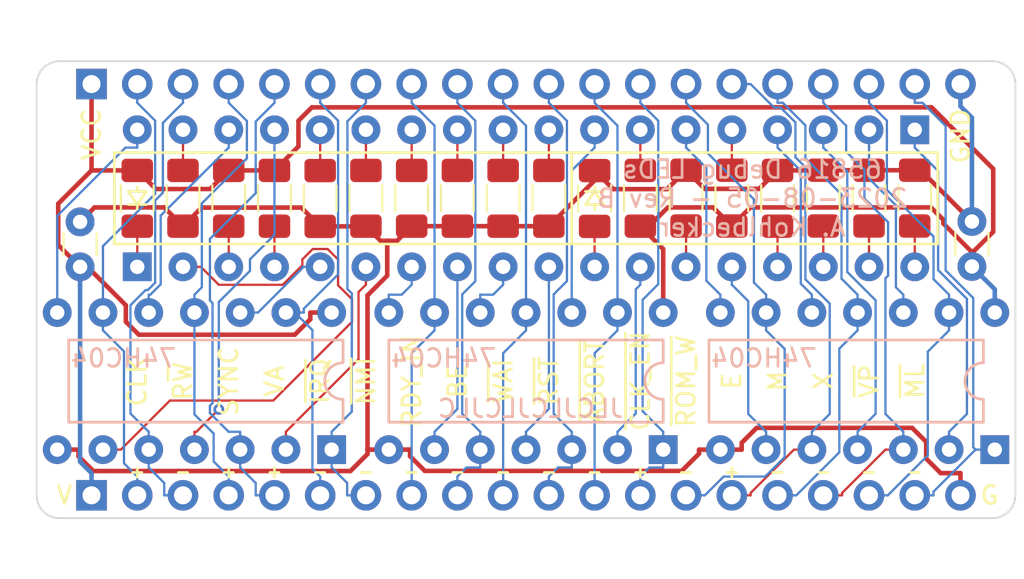
<source format=kicad_pcb>
(kicad_pcb (version 20241229) (generator "pcbnew") (generator_version "9.0")
  (title_block (title "65C816 Debug LEDs") (date "2023-08-05") (rev "B") (comment 2 "https://github.com/adrienkohlbecker/BB816/tree/main/hardware/debug_leds") (comment 3 "Licensed under CERN-OHL-W v2") (comment 4 "Copyright © 2022 Adrien Kohlbecker"))
  (layers (0 "F.Cu" signal) (2 "B.Cu" signal) (13 "F.Paste" user) (15 "B.Paste" user) (5 "F.SilkS" user "F.Silkscreen") (7 "B.SilkS" user "B.Silkscreen") (1 "F.Mask" user) (3 "B.Mask" user) (25 "Edge.Cuts" user))
  (net 0 "")
  (net 1 "VCC")
  (net 2 "Net-(BAR1-A-Pad1)")
  (net 3 "Net-(U1-Y2)")
  (net 4 "Net-(BAR1-A-Pad3)")
  (net 5 "Net-(BAR1-A-Pad4)")
  (net 6 "Net-(U1-Y6)")
  (net 7 "Net-(U1-Y5)")
  (net 8 "Net-(U2-Y1)")
  (net 9 "Net-(U2-Y6)")
  (net 10 "Net-(U2-Y2)")
  (net 11 "Net-(U2-Y5)")
  (net 12 "Net-(BAR1-K-Pad11)")
  (net 13 "Net-(BAR1-K-Pad12)")
  (net 14 "Net-(BAR1-K-Pad13)")
  (net 15 "Net-(BAR1-K-Pad14)")
  (net 16 "Net-(BAR1-K-Pad15)")
  (net 17 "Net-(BAR1-K-Pad16)")
  (net 18 "Net-(U1-Y4)")
  (net 19 "Net-(U1-Y3)")
  (net 20 "Net-(BAR1-K-Pad19)")
  (net 21 "Net-(U1-Y1)")
  (net 22 "Net-(U3-Y4)")
  (net 23 "Net-(U3-Y3)")
  (net 24 "Net-(U3-Y5)")
  (net 25 "Net-(U3-Y2)")
  (net 26 "Net-(BAR2-A-Pad5)")
  (net 27 "GND")
  (net 28 "/CLK")
  (net 29 "/R~{W}")
  (net 30 "/SYNC")
  (net 31 "/VA")
  (net 32 "/~{IRQ}")
  (net 33 "/~{NMI}")
  (net 34 "/RDY_IN")
  (net 35 "/BE")
  (net 36 "/~{WAI}")
  (net 37 "/~{RST}")
  (net 38 "/~{ABORT}")
  (net 39 "/~{CLK_EN}")
  (net 40 "/~{ROM_WE}")
  (net 41 "/E")
  (net 42 "/M")
  (net 43 "/X")
  (net 44 "/~{VP}")
  (net 45 "/~{ML}")
  (net 46 "Net-(U3-Y6)")
  (net 47 "Net-(BAR2-A-Pad7)")
  (net 48 "Net-(U2-Y3)")
  (net 49 "Net-(BAR2-K-Pad9)")
  (net 50 "Net-(U2-Y4)")
  (net 51 "Net-(BAR2-K-Pad11)")
  (net 52 "Net-(U3-Y1)")
  (net 53 "Net-(BAR2-K-Pad13)")
  (net 54 "Net-(BAR2-K-Pad14)")
  (net 55 "Net-(BAR2-K-Pad15)")
  (net 56 "Net-(BAR2-K-Pad16)")
  (footprint "Resistor_SMD:R_1206_3216Metric_Pad1.30x1.75mm_HandSolder" (layer "F.Cu") (at 147.32 58.41 90)
    (property "Reference" "R16" (hide yes))
    (property "Value" "6.8k")
  )
  (footprint "Resistor_SMD:R_1206_3216Metric_Pad1.30x1.75mm_HandSolder" (layer "F.Cu") (at 109.22 58.42 -90)
    (property "Reference" "R1" (hide yes))
    (property "Value" "3.3k")
  )
  (footprint "Resistor_SMD:R_1206_3216Metric_Pad1.30x1.75mm_HandSolder" (layer "F.Cu") (at 139.7 58.41 90)
    (property "Reference" "R13" (hide yes))
    (property "Value" "1k")
  )
  (footprint "Resistor_SMD:R_1206_3216Metric_Pad1.30x1.75mm_HandSolder" (layer "F.Cu") (at 127 58.42 -90)
    (property "Reference" "R8" (hide yes))
    (property "Value" "1k")
  )
  (footprint "Resistor_SMD:R_1206_3216Metric_Pad1.30x1.75mm_HandSolder" (layer "F.Cu") (at 142.24 58.41 90)
    (property "Reference" "R14" (hide yes))
    (property "Value" "6.8k")
  )
  (footprint "Package_DIP:DIP-20_W7.62mm" (layer "F.Cu") (at 109.22 62.23 90)
    (property "Reference" "BAR1" (hide yes))
    (property "Value" "LED-Array-10-BGYR")
  )
  (footprint "Resistor_SMD:R_1206_3216Metric_Pad1.30x1.75mm_HandSolder" (layer "F.Cu") (at 152.4 58.41 90)
    (property "Reference" "R18" (hide yes))
    (property "Value" "6.8k")
  )
  (footprint "Resistor_SMD:R_1206_3216Metric_Pad1.30x1.75mm_HandSolder" (layer "F.Cu") (at 116.84 58.42 -90)
    (property "Reference" "R4" (hide yes))
    (property "Value" "6.8k")
  )
  (footprint "Resistor_SMD:R_1206_3216Metric_Pad1.30x1.75mm_HandSolder" (layer "F.Cu") (at 121.92 58.42 -90)
    (property "Reference" "R6" (hide yes))
    (property "Value" "1k")
  )
  (footprint "Resistor_SMD:R_1206_3216Metric_Pad1.30x1.75mm_HandSolder" (layer "F.Cu") (at 114.3 58.42 -90)
    (property "Reference" "R3" (hide yes))
    (property "Value" "6.8k")
  )
  (footprint "Resistor_SMD:R_1206_3216Metric_Pad1.30x1.75mm_HandSolder" (layer "F.Cu") (at 129.54 58.42 -90)
    (property "Reference" "R9" (hide yes))
    (property "Value" "1.5k")
  )
  (footprint "Resistor_SMD:R_1206_3216Metric_Pad1.30x1.75mm_HandSolder" (layer "F.Cu") (at 149.86 58.41 90)
    (property "Reference" "R17" (hide yes))
    (property "Value" "6.8k")
  )
  (footprint "Resistor_SMD:R_1206_3216Metric_Pad1.30x1.75mm_HandSolder" (layer "F.Cu") (at 137.16 58.42 90)
    (property "Reference" "R12" (hide yes))
    (property "Value" "1k")
  )
  (footprint "Resistor_SMD:R_1206_3216Metric_Pad1.30x1.75mm_HandSolder" (layer "F.Cu") (at 124.46 58.42 -90)
    (property "Reference" "R7" (hide yes))
    (property "Value" "1k")
  )
  (footprint "Resistor_SMD:R_1206_3216Metric_Pad1.30x1.75mm_HandSolder" (layer "F.Cu") (at 132.08 58.42 -90)
    (property "Reference" "R10" (hide yes))
    (property "Value" "1.5k")
  )
  (footprint "Resistor_SMD:R_1206_3216Metric_Pad1.30x1.75mm_HandSolder" (layer "F.Cu") (at 134.62 58.43 90)
    (property "Reference" "R11" (hide yes))
    (property "Value" "1.5k")
  )
  (footprint "Resistor_SMD:R_1206_3216Metric_Pad1.30x1.75mm_HandSolder" (layer "F.Cu") (at 111.76 58.42 -90)
    (property "Reference" "R2" (hide yes))
    (property "Value" "6.8k")
  )
  (footprint "Resistor_SMD:R_1206_3216Metric_Pad1.30x1.75mm_HandSolder" (layer "F.Cu") (at 119.38 58.43 -90)
    (property "Reference" "R5" (hide yes))
    (property "Value" "6.8k")
  )
  (footprint "Capacitor_THT:C_Disc_D3.0mm_W1.6mm_P2.50mm" (layer "F.Cu") (at 106.045 62.23 90)
    (property "Reference" "C2" (hide yes))
    (property "Value" "100n")
  )
  (footprint "Capacitor_THT:C_Disc_D3.0mm_W1.6mm_P2.50mm" (layer "F.Cu") (at 155.575 62.21 90)
    (property "Reference" "C1" (hide yes))
    (property "Value" "100n")
  )
  (footprint "Resistor_SMD:R_1206_3216Metric_Pad1.30x1.75mm_HandSolder" (layer "F.Cu") (at 144.78 58.42 90)
    (property "Reference" "R15" (hide yes))
    (property "Value" "6.8k")
  )
  (footprint "Package_DIP:DIP-16_W7.62mm" (layer "F.Cu") (at 152.4 54.61 -90)
    (property "Reference" "BAR2" (hide yes))
    (property "Value" "LED-Array-8-GYR")
  )
  (footprint "Connector_PinHeader_2.54mm:PinHeader_1x20_P2.54mm_Vertical" (layer "B.Cu") (at 106.68 74.93 -90)
    (property "Reference" "J1" (hide yes))
    (property "Value" "Conn_01x20")
  )
  (footprint "Connector_PinHeader_2.54mm:PinHeader_1x20_P2.54mm_Vertical" (layer "B.Cu") (at 106.68 52.07 -90)
    (property "Reference" "J2" (hide yes))
    (property "Value" "Conn_01x20")
  )
  (footprint "Package_DIP:DIP-14_W7.62mm" (layer "B.Cu") (at 138.43 72.39 90)
    (property "Reference" "U2" (hide yes))
    (property "Value" "74HC04")
  )
  (footprint "Package_DIP:DIP-14_W7.62mm" (layer "B.Cu") (at 156.845 72.39 90)
    (property "Reference" "U3" (hide yes))
    (property "Value" "74HC04")
  )
  (footprint "Package_DIP:DIP-14_W7.62mm" (layer "B.Cu") (at 120.015 72.39 90)
    (property "Reference" "U1" (hide yes))
    (property "Value" "74HC04")
  )
  (gr_line (start 127.254 73.66) (end 126.746 73.66) (stroke (width 0.15)) (layer "F.SilkS"))
  (gr_line (start 107.95 60.96) (end 107.95 55.88) (stroke (width 0.15)) (layer "F.SilkS"))
  (gr_line (start 129.794 73.66) (end 129.286 73.66) (stroke (width 0.15)) (layer "F.SilkS"))
  (gr_line (start 135.128 58.766064) (end 134.112 58.766064) (stroke (width 0.15)) (layer "F.SilkS"))
  (gr_line (start 142.494 73.66) (end 141.986 73.66) (stroke (width 0.15)) (layer "F.SilkS"))
  (gr_line (start 134.62 58.039) (end 135.128 58.766064) (stroke (width 0.15)) (layer "F.SilkS"))
  (gr_line (start 119.634 73.66) (end 119.126 73.66) (stroke (width 0.15)) (layer "F.SilkS"))
  (gr_line (start 150.114 73.66) (end 149.606 73.66) (stroke (width 0.15)) (layer "F.SilkS"))
  (gr_line (start 132.334 73.66) (end 131.826 73.66) (stroke (width 0.15)) (layer "F.SilkS"))
  (gr_line (start 134.112 58.766064) (end 134.62 58.039) (stroke (width 0.15)) (layer "F.SilkS"))
  (gr_line (start 135.128 58.039) (end 134.112 58.039) (stroke (width 0.15)) (layer "F.SilkS"))
  (gr_line (start 109.22 73.406) (end 109.22 73.914) (stroke (width 0.15)) (layer "F.SilkS"))
  (gr_line (start 124.714 73.66) (end 124.206 73.66) (stroke (width 0.15)) (layer "F.SilkS"))
  (gr_line (start 122.174 73.66) (end 121.666 73.66) (stroke (width 0.15)) (layer "F.SilkS"))
  (gr_line (start 109.728 58.039) (end 109.22 58.766064) (stroke (width 0.15)) (layer "F.SilkS"))
  (gr_line (start 134.62 58.791) (end 134.62 59.045) (stroke (width 0.15)) (layer "F.SilkS"))
  (gr_line (start 133.35 55.88) (end 107.95 55.88) (stroke (width 0.15)) (layer "F.SilkS"))
  (gr_line (start 134.62 58.039) (end 134.62 57.785) (stroke (width 0.15)) (layer "F.SilkS"))
  (gr_line (start 142.24 73.406) (end 142.24 73.914) (stroke (width 0.15)) (layer "F.SilkS"))
  (gr_line (start 108.712 58.039) (end 109.728 58.039) (stroke (width 0.15)) (layer "F.SilkS"))
  (gr_line (start 134.874 73.66) (end 134.366 73.66) (stroke (width 0.15)) (layer "F.SilkS"))
  (gr_line (start 133.35 60.96) (end 107.95 60.96) (stroke (width 0.15)) (layer "F.SilkS"))
  (gr_line (start 114.554 73.66) (end 114.046 73.66) (stroke (width 0.15)) (layer "F.SilkS"))
  (gr_line (start 109.474 73.66) (end 108.966 73.66) (stroke (width 0.15)) (layer "F.SilkS"))
  (gr_line (start 109.22 58.766064) (end 108.712 58.039) (stroke (width 0.15)) (layer "F.SilkS"))
  (gr_line (start 114.3 73.406) (end 114.3 73.914) (stroke (width 0.15)) (layer "F.SilkS"))
  (gr_line (start 137.16 73.406) (end 137.16 73.914) (stroke (width 0.15)) (layer "F.SilkS"))
  (gr_line (start 109.22 58.039) (end 109.22 57.785) (stroke (width 0.15)) (layer "F.SilkS"))
  (gr_line (start 145.034 73.66) (end 144.526 73.66) (stroke (width 0.15)) (layer "F.SilkS"))
  (gr_line (start 139.954 73.66) (end 139.446 73.66) (stroke (width 0.15)) (layer "F.SilkS"))
  (gr_rect (start 133.35 55.88) (end 153.67 60.96) (stroke (width 0.15)) (fill no) (layer "F.SilkS"))
  (gr_line (start 109.22 58.766064) (end 109.22 59.020064) (stroke (width 0.15)) (layer "F.SilkS"))
  (gr_line (start 147.574 73.66) (end 147.066 73.66) (stroke (width 0.15)) (layer "F.SilkS"))
  (gr_line (start 117.094 73.66) (end 116.586 73.66) (stroke (width 0.15)) (layer "F.SilkS"))
  (gr_line (start 116.84 73.406) (end 116.84 73.914) (stroke (width 0.15)) (layer "F.SilkS"))
  (gr_line (start 152.654 73.66) (end 152.146 73.66) (stroke (width 0.15)) (layer "F.SilkS"))
  (gr_line (start 108.712 58.766064) (end 109.728 58.766064) (stroke (width 0.15)) (layer "F.SilkS"))
  (gr_line (start 112.014 73.66) (end 111.506 73.66) (stroke (width 0.15)) (layer "F.SilkS"))
  (gr_line (start 137.414 73.66) (end 136.906 73.66) (stroke (width 0.15)) (layer "F.SilkS"))
  (gr_line (start 105.41 70.866) (end 105.41 66.294) (stroke (width 0.15)) (layer "B.SilkS"))
  (gr_arc (start 120.65 69.596) (mid 119.634 68.58) (end 120.65 67.564) (stroke (width 0.15)) (layer "B.SilkS"))
  (gr_line (start 156.21 70.866) (end 140.97 70.866) (stroke (width 0.15)) (layer "B.SilkS"))
  (gr_line (start 123.19 66.294) (end 138.43 66.294) (stroke (width 0.15)) (layer "B.SilkS"))
  (gr_line (start 138.43 69.596) (end 138.43 70.866) (stroke (width 0.15)) (layer "B.SilkS"))
  (gr_line (start 120.65 69.596) (end 120.65 70.866) (stroke (width 0.15)) (layer "B.SilkS"))
  (gr_line (start 138.43 66.294) (end 138.43 67.564) (stroke (width 0.15)) (layer "B.SilkS"))
  (gr_line (start 105.41 66.294) (end 120.65 66.294) (stroke (width 0.15)) (layer "B.SilkS"))
  (gr_line (start 120.65 70.866) (end 105.41 70.866) (stroke (width 0.15)) (layer "B.SilkS"))
  (gr_line (start 140.97 66.294) (end 156.21 66.294) (stroke (width 0.15)) (layer "B.SilkS"))
  (gr_line (start 123.19 70.866) (end 123.19 66.294) (stroke (width 0.15)) (layer "B.SilkS"))
  (gr_line (start 156.21 69.596) (end 156.21 70.866) (stroke (width 0.15)) (layer "B.SilkS"))
  (gr_line (start 140.97 70.866) (end 140.97 66.294) (stroke (width 0.15)) (layer "B.SilkS"))
  (gr_arc (start 138.43 69.596) (mid 137.414 68.58) (end 138.43 67.564) (stroke (width 0.15)) (layer "B.SilkS"))
  (gr_line (start 156.21 66.294) (end 156.21 67.564) (stroke (width 0.15)) (layer "B.SilkS"))
  (gr_line (start 120.65 66.294) (end 120.65 67.564) (stroke (width 0.15)) (layer "B.SilkS"))
  (gr_arc (start 156.21 69.596) (mid 155.194 68.58) (end 156.21 67.564) (stroke (width 0.15)) (layer "B.SilkS"))
  (gr_line (start 138.43 70.866) (end 123.19 70.866) (stroke (width 0.15)) (layer "B.SilkS"))
  (gr_arc (start 156.718 50.8) (mid 157.616026 51.171974) (end 157.988 52.07) (stroke (width 0.1)) (layer "Edge.Cuts"))
  (gr_line (start 104.902 76.2) (end 156.718 76.2) (stroke (width 0.1)) (layer "Edge.Cuts"))
  (gr_line (start 157.988 74.93) (end 157.988 52.07) (stroke (width 0.1)) (layer "Edge.Cuts"))
  (gr_line (start 103.632 52.07) (end 103.632 74.93) (stroke (width 0.1)) (layer "Edge.Cuts"))
  (gr_arc (start 157.988 74.93) (mid 157.616026 75.828026) (end 156.718 76.2) (stroke (width 0.1)) (layer "Edge.Cuts"))
  (gr_line (start 104.902 50.8) (end 156.718 50.8) (stroke (width 0.1)) (layer "Edge.Cuts"))
  (gr_arc (start 104.902 76.2) (mid 104.003974 75.828026) (end 103.632 74.93) (stroke (width 0.1)) (layer "Edge.Cuts"))
  (gr_arc (start 103.632 52.07) (mid 104.003974 51.171974) (end 104.902 50.8) (stroke (width 0.1)) (layer "Edge.Cuts"))
  (gr_text "~{VP}" (at 149.86 68.58 90) (layer "F.SilkS") (effects (font (size 1 1))))
  (gr_text "~{IRQ}" (at 119.38 68.58 90) (layer "F.SilkS") (effects (font (size 1 1))))
  (gr_text "SYNC" (at 114.3 68.58 90) (layer "F.SilkS") (effects (font (size 1 1))))
  (gr_text "~{ABORT}" (at 134.62 68.58 90) (layer "F.SilkS") (effects (font (size 1 1))))
  (gr_text "~{WAI}" (at 129.54 68.58 90) (layer "F.SilkS") (effects (font (size 1 1))))
  (gr_text "~{NMI}" (at 121.92 68.58 90) (layer "F.SilkS") (effects (font (size 1 1))))
  (gr_text "VCC" (at 106.68 53.34 90) (layer "F.SilkS") (effects (font (size 1 1)) (justify right)))
  (gr_text "G" (at 155.956 74.93 0) (layer "F.SilkS") (effects (font (size 1 1)) (justify left)))
  (gr_text "RDY_IN" (at 124.46 68.58 90) (layer "F.SilkS") (effects (font (size 1 1))))
  (gr_text "~{CLK_EN}" (at 137.16 68.58 90) (layer "F.SilkS") (effects (font (size 1 1))))
  (gr_text "~{ML}" (at 152.4 68.58 90) (layer "F.SilkS") (effects (font (size 1 1))))
  (gr_text "R~{W}" (at 111.76 68.58 90) (layer "F.SilkS") (effects (font (size 1 1))))
  (gr_text "VA" (at 116.84 68.58 90) (layer "F.SilkS") (effects (font (size 1 1))))
  (gr_text "X" (at 147.32 68.58 90) (layer "F.SilkS") (effects (font (size 1 1))))
  (gr_text "BE" (at 127 68.58 90) (layer "F.SilkS") (effects (font (size 1 1))))
  (gr_text "M" (at 144.78 68.58 90) (layer "F.SilkS") (effects (font (size 1 1))))
  (gr_text "~{RST}" (at 132.08 68.58 90) (layer "F.SilkS") (effects (font (size 1 1))))
  (gr_text "E" (at 142.24 68.58 90) (layer "F.SilkS") (effects (font (size 1 1))))
  (gr_text "GND" (at 154.94 53.34 90) (layer "F.SilkS") (effects (font (size 1 1)) (justify right)))
  (gr_text "V" (at 104.648 74.93 0) (layer "F.SilkS") (effects (font (size 1 1)) (justify left)))
  (gr_text "CLK" (at 109.22 68.58 90) (layer "F.SilkS") (effects (font (size 1 1))))
  (gr_text "~{ROM_W}" (at 139.7 68.58 90) (layer "F.SilkS") (effects (font (size 1 1))))
  (gr_text "74HC04" (at 144.018 67.31 0) (layer "B.SilkS") (effects (font (size 1 1)) (justify mirror)))
  (gr_text "74HC04" (at 126.238 67.31 0) (layer "B.SilkS") (effects (font (size 1 1)) (justify mirror)))
  (gr_text "JLCJLCJLCJLC" (at 131.064 70.104 0) (layer "B.SilkS") (effects (font (size 1 1)) (justify mirror)))
  (gr_text "74HC04" (at 108.458 67.31 0) (layer "B.SilkS") (effects (font (size 1 1)) (justify mirror)))
  (gr_text "65816 Debug LEDs\n2023-08-05 - Rev B\nA. Kohlbecker" (at 143.383 58.42 0) (layer "B.SilkS") (effects (font (size 1 1)) (justify mirror)))
  (segment (start 137.4026 60.2126) (end 137.16 59.97) (width 0.254) (layer "F.Cu") (net 1))
  (segment (start 109.22 56.87) (end 110.2539 57.9039) (width 0.254) (layer "F.Cu") (net 1))
  (segment (start 153.3365 53.365) (end 156.759 56.7875) (width 0.254) (layer "F.Cu") (net 1))
  (segment (start 108.585 65.2805) (end 108.585 64.3642) (width 0.254) (layer "F.Cu") (net 1))
  (segment (start 155.6026 61.4367) (end 153.9868 59.821) (width 0.254) (layer "F.Cu") (net 1))
  (segment (start 156.759 60.2803) (end 155.6026 61.4367) (width 0.254) (layer "F.Cu") (net 1))
  (segment (start 113.2661 57.9039) (end 114.3 56.87) (width 0.254) (layer "F.Cu") (net 1))
  (segment (start 137.4026 60.2126) (end 138.43 61.24) (width 0.254) (layer "F.Cu") (net 1))
  (segment (start 110.2539 57.9039) (end 113.2661 57.9039) (width 0.254) (layer "F.Cu") (net 1))
  (segment (start 106.4508 62.23) (end 106.045 62.23) (width 0.254) (layer "F.Cu") (net 1))
  (segment (start 106.68 56.87) (end 106.68 52.07) (width 0.254) (layer "F.Cu") (net 1))
  (segment (start 117.9676 66.0042) (end 109.3087 66.0042) (width 0.254) (layer "F.Cu") (net 1))
  (segment (start 104.8309 61.0159) (end 104.8309 58.7191) (width 0.254) (layer "F.Cu") (net 1))
  (segment (start 114.3 56.87) (end 116.84 56.87) (width 0.254) (layer "F.Cu") (net 1))
  (segment (start 155.6026 61.4368) (end 155.6026 61.4367) (width 0.254) (layer "F.Cu") (net 1))
  (segment (start 106.045 62.23) (end 104.8309 61.0159) (width 0.254) (layer "F.Cu") (net 1))
  (segment (start 106.68 56.87) (end 109.22 56.87) (width 0.254) (layer "F.Cu") (net 1))
  (segment (start 118.8321 64.77) (end 118.8321 65.1397) (width 0.254) (layer "F.Cu") (net 1))
  (segment (start 155.6026 62.1824) (end 155.6026 61.4368) (width 0.254) (layer "F.Cu") (net 1))
  (segment (start 137.4026 60.2126) (end 138.6891 58.9261) (width 0.254) (layer "F.Cu") (net 1))
  (segment (start 118.8321 65.1397) (end 117.9676 66.0042) (width 0.254) (layer "F.Cu") (net 1))
  (segment (start 108.585 64.3642) (end 106.4508 62.23) (width 0.254) (layer "F.Cu") (net 1))
  (segment (start 118.1736 55.5364) (end 118.1736 54.1074) (width 0.254) (layer "F.Cu") (net 1))
  (segment (start 120.015 64.77) (end 118.8321 64.77) (width 0.254) (layer "F.Cu") (net 1))
  (segment (start 104.8309 58.7191) (end 106.68 56.87) (width 0.254) (layer "F.Cu") (net 1))
  (segment (start 143.2739 58.9261) (end 142.24 59.96) (width 0.254) (layer "F.Cu") (net 1))
  (segment (start 118.1736 54.1074) (end 118.916 53.365) (width 0.254) (layer "F.Cu") (net 1))
  (segment (start 116.84 56.87) (end 118.1736 55.5364) (width 0.254) (layer "F.Cu") (net 1))
  (segment (start 153.9868 59.821) (end 153.9868 59.6148) (width 0.254) (layer "F.Cu") (net 1))
  (segment (start 138.43 61.24) (end 138.43 64.77) (width 0.254) (layer "F.Cu") (net 1))
  (segment (start 141.2061 58.9261) (end 142.24 59.96) (width 0.254) (layer "F.Cu") (net 1))
  (segment (start 153.2981 58.9261) (end 143.2739 58.9261) (width 0.254) (layer "F.Cu") (net 1))
  (segment (start 138.6891 58.9261) (end 141.2061 58.9261) (width 0.254) (layer "F.Cu") (net 1))
  (segment (start 153.9868 59.6148) (end 153.2981 58.9261) (width 0.254) (layer "F.Cu") (net 1))
  (segment (start 118.916 53.365) (end 153.3365 53.365) (width 0.254) (layer "F.Cu") (net 1))
  (segment (start 109.3087 66.0042) (end 108.585 65.2805) (width 0.254) (layer "F.Cu") (net 1))
  (segment (start 155.575 62.21) (end 155.6026 62.1824) (width 0.254) (layer "F.Cu") (net 1))
  (segment (start 156.759 56.7875) (end 156.759 60.2803) (width 0.254) (layer "F.Cu") (net 1))
  (segment (start 106.045 62.23) (end 106.045 73.0621) (width 0.254) (layer "B.Cu") (net 1))
  (segment (start 106.68 74.93) (end 106.68 73.6971) (width 0.254) (layer "B.Cu") (net 1))
  (segment (start 156.845 64.77) (end 156.845 63.48) (width 0.254) (layer "B.Cu") (net 1))
  (segment (start 106.045 73.0621) (end 106.68 73.6971) (width 0.254) (layer "B.Cu") (net 1))
  (segment (start 156.845 63.48) (end 155.575 62.21) (width 0.254) (layer "B.Cu") (net 1))
  (segment (start 109.22 62.23) (end 109.22 59.97) (width 0.127) (layer "F.Cu") (net 2))
  (segment (start 112.395 71.3976) (end 112.5045 71.3976) (width 0.127) (layer "F.Cu") (net 3))
  (segment (start 112.395 72.39) (end 112.395 71.3976) (width 0.127) (layer "F.Cu") (net 3))
  (segment (start 112.5045 71.3976) (end 113.7477 70.1544) (width 0.127) (layer "F.Cu") (net 3))
  (via (at 113.7477 70.1544) (size 0.6) (drill 0.3) (layers "F.Cu" "B.Cu") (net 3))
  (segment (start 115.48 61.8111) (end 116.84 60.4511) (width 0.127) (layer "B.Cu") (net 3))
  (segment (start 113.7477 64.1858) (end 115.48 62.4535) (width 0.127) (layer "B.Cu") (net 3))
  (segment (start 116.84 60.4511) (end 116.84 54.61) (width 0.127) (layer "B.Cu") (net 3))
  (segment (start 113.7477 70.1544) (end 113.7477 64.1858) (width 0.127) (layer "B.Cu") (net 3))
  (segment (start 115.48 62.4535) (end 115.48 61.8111) (width 0.127) (layer "B.Cu") (net 3))
  (segment (start 114.3 62.23) (end 114.3 59.97) (width 0.127) (layer "F.Cu") (net 4))
  (segment (start 116.84 62.23) (end 116.84 59.97) (width 0.127) (layer "F.Cu") (net 5))
  (segment (start 119.38 62.23) (end 118.3876 62.23) (width 0.127) (layer "B.Cu") (net 6))
  (segment (start 114.935 64.77) (end 115.9274 64.77) (width 0.127) (layer "B.Cu") (net 6))
  (segment (start 115.9274 64.77) (end 118.3876 62.3098) (width 0.127) (layer "B.Cu") (net 6))
  (segment (start 118.3876 62.3098) (end 118.3876 62.23) (width 0.127) (layer "B.Cu") (net 6))
  (segment (start 110.5222 59.3802) (end 114.3 55.6024) (width 0.127) (layer "B.Cu") (net 7))
  (segment (start 109.855 63.7776) (end 109.9455 63.7776) (width 0.127) (layer "B.Cu") (net 7))
  (segment (start 110.5222 63.2009) (end 110.5222 59.3802) (width 0.127) (layer "B.Cu") (net 7))
  (segment (start 109.9455 63.7776) (end 110.5222 63.2009) (width 0.127) (layer "B.Cu") (net 7))
  (segment (start 114.3 54.61) (end 114.3 55.6024) (width 0.127) (layer "B.Cu") (net 7))
  (segment (start 109.855 64.77) (end 109.855 63.7776) (width 0.127) (layer "B.Cu") (net 7))
  (segment (start 136.9041 70.3835) (end 135.89 71.3976) (width 0.127) (layer "B.Cu") (net 8))
  (segment (start 137.16 63.2224) (end 136.9041 63.4783) (width 0.127) (layer "B.Cu") (net 8))
  (segment (start 135.89 72.39) (end 135.89 71.3976) (width 0.127) (layer "B.Cu") (net 8))
  (segment (start 136.9041 63.4783) (end 136.9041 70.3835) (width 0.127) (layer "B.Cu") (net 8))
  (segment (start 137.16 62.23) (end 137.16 63.2224) (width 0.127) (layer "B.Cu") (net 8))
  (segment (start 134.62 54.61) (end 134.62 55.6024) (width 0.127) (layer "B.Cu") (net 9))
  (segment (start 133.35 64.77) (end 133.35 56.8724) (width 0.127) (layer "B.Cu") (net 9))
  (segment (start 133.35 56.8724) (end 134.62 55.6024) (width 0.127) (layer "B.Cu") (net 9))
  (segment (start 132.08 62.23) (end 132.08 70.1276) (width 0.127) (layer "B.Cu") (net 10))
  (segment (start 130.81 72.39) (end 130.81 71.3976) (width 0.127) (layer "B.Cu") (net 10))
  (segment (start 132.08 70.1276) (end 130.81 71.3976) (width 0.127) (layer "B.Cu") (net 10))
  (segment (start 128.27 63.7776) (end 128.9848 63.7776) (width 0.127) (layer "B.Cu") (net 11))
  (segment (start 129.54 62.23) (end 129.54 63.2224) (width 0.127) (layer "B.Cu") (net 11))
  (segment (start 128.27 64.77) (end 128.27 63.7776) (width 0.127) (layer "B.Cu") (net 11))
  (segment (start 128.9848 63.7776) (end 129.54 63.2224) (width 0.127) (layer "B.Cu") (net 11))
  (segment (start 132.08 54.61) (end 132.08 56.87) (width 0.127) (layer "F.Cu") (net 12))
  (segment (start 129.54 54.61) (end 129.54 56.87) (width 0.127) (layer "F.Cu") (net 13))
  (segment (start 127 54.61) (end 127 56.87) (width 0.127) (layer "F.Cu") (net 14))
  (segment (start 124.46 54.61) (end 124.46 56.87) (width 0.127) (layer "F.Cu") (net 15))
  (segment (start 121.92 54.61) (end 121.92 56.87) (width 0.127) (layer "F.Cu") (net 16))
  (segment (start 119.38 54.61) (end 119.38 56.88) (width 0.127) (layer "F.Cu") (net 17))
  (segment (start 108.5687 55.6024) (end 104.775 59.3961) (width 0.127) (layer "B.Cu") (net 18))
  (segment (start 109.22 54.61) (end 109.22 55.6024) (width 0.127) (layer "B.Cu") (net 18))
  (segment (start 104.775 59.3961) (end 104.775 64.77) (width 0.127) (layer "B.Cu") (net 18))
  (segment (start 109.22 55.6024) (end 108.5687 55.6024) (width 0.127) (layer "B.Cu") (net 18))
  (segment (start 119.7911 61.2376) (end 120.3724 61.8189) (width 0.127) (layer "F.Cu") (net 19))
  (segment (start 121.1478 65.2875) (end 116.7733 69.662) (width 0.127) (layer "F.Cu") (net 19))
  (segment (start 120.3724 63.2542) (end 121.1478 64.0296) (width 0.127) (layer "F.Cu") (net 19))
  (segment (start 117.3025 63.2272) (end 118.3876 62.1421) (width 0.127) (layer "F.Cu") (net 19))
  (segment (start 107.315 72.39) (end 108.3074 72.39) (width 0.127) (layer "F.Cu") (net 19))
  (segment (start 118.3876 62.1421) (end 118.3876 61.8189) (width 0.127) (layer "F.Cu") (net 19))
  (segment (start 116.7733 69.662) (end 111.0354 69.662) (width 0.127) (layer "F.Cu") (net 19))
  (segment (start 113.7496 63.2272) (end 117.3025 63.2272) (width 0.127) (layer "F.Cu") (net 19))
  (segment (start 120.3724 61.8189) (end 120.3724 63.2542) (width 0.127) (layer "F.Cu") (net 19))
  (segment (start 111.0354 69.662) (end 108.3074 72.39) (width 0.127) (layer "F.Cu") (net 19))
  (segment (start 121.1478 64.0296) (end 121.1478 65.2875) (width 0.127) (layer "F.Cu") (net 19))
  (segment (start 118.3876 61.8189) (end 118.9689 61.2376) (width 0.127) (layer "F.Cu") (net 19))
  (segment (start 118.9689 61.2376) (end 119.7911 61.2376) (width 0.127) (layer "F.Cu") (net 19))
  (segment (start 112.7524 62.23) (end 113.7496 63.2272) (width 0.127) (layer "F.Cu") (net 19))
  (segment (start 111.76 62.23) (end 112.7524 62.23) (width 0.127) (layer "F.Cu") (net 19))
  (segment (start 111.76 54.61) (end 111.76 56.87) (width 0.127) (layer "F.Cu") (net 20))
  (segment (start 121.92 62.23) (end 121.92 63.2224) (width 0.127) (layer "F.Cu") (net 21))
  (segment (start 121.5088 63.6336) (end 121.92 63.2224) (width 0.127) (layer "F.Cu") (net 21))
  (segment (start 121.5088 67.3638) (end 121.5088 63.6336) (width 0.127) (layer "F.Cu") (net 21))
  (segment (start 117.475 71.3976) (end 121.5088 67.3638) (width 0.127) (layer "F.Cu") (net 21))
  (segment (start 117.475 72.39) (end 117.475 71.3976) (width 0.127) (layer "F.Cu") (net 21))
  (segment (start 141.605 64.77) (end 141.605 63.7776) (width 0.127) (layer "B.Cu") (net 22))
  (segment (start 140.8268 56.7292) (end 140.8268 62.9994) (width 0.127) (layer "B.Cu") (net 22))
  (segment (start 139.7 55.6024) (end 140.8268 56.7292) (width 0.127) (layer "B.Cu") (net 22))
  (segment (start 139.7 54.61) (end 139.7 55.6024) (width 0.127) (layer "B.Cu") (net 22))
  (segment (start 140.8268 62.9994) (end 141.605 63.7776) (width 0.127) (layer "B.Cu") (net 22))
  (segment (start 143.1526 64.135) (end 142.24 63.2224) (width 0.127) (layer "B.Cu") (net 23))
  (segment (start 143.1526 70.4052) (end 143.1526 64.135) (width 0.127) (layer "B.Cu") (net 23))
  (segment (start 144.145 71.3976) (end 143.1526 70.4052) (width 0.127) (layer "B.Cu") (net 23))
  (segment (start 142.24 62.23) (end 142.24 63.2224) (width 0.127) (layer "B.Cu") (net 23))
  (segment (start 144.145 72.39) (end 144.145 71.3976) (width 0.127) (layer "B.Cu") (net 23))
  (segment (start 146.0702 56.8926) (end 146.0702 63.1628) (width 0.127) (layer "B.Cu") (net 24))
  (segment (start 144.78 54.61) (end 144.78 55.6024) (width 0.127) (layer "B.Cu") (net 24))
  (segment (start 146.685 64.77) (end 146.685 63.7776) (width 0.127) (layer "B.Cu") (net 24))
  (segment (start 146.0702 63.1628) (end 146.685 63.7776) (width 0.127) (layer "B.Cu") (net 24))
  (segment (start 144.78 55.6024) (end 146.0702 56.8926) (width 0.127) (layer "B.Cu") (net 24))
  (segment (start 150.2261 64.0903) (end 150.2261 70.3965) (width 0.127) (layer "B.Cu") (net 25))
  (segment (start 150.2261 70.3965) (end 149.225 71.3976) (width 0.127) (layer "B.Cu") (net 25))
  (segment (start 149.225 72.39) (end 149.225 71.3976) (width 0.127) (layer "B.Cu") (net 25))
  (segment (start 148.6536 56.936) (end 148.6536 62.5178) (width 0.127) (layer "B.Cu") (net 25))
  (segment (start 148.6536 62.5178) (end 150.2261 64.0903) (width 0.127) (layer "B.Cu") (net 25))
  (segment (start 147.32 55.6024) (end 148.6536 56.936) (width 0.127) (layer "B.Cu") (net 25))
  (segment (start 147.32 54.61) (end 147.32 55.6024) (width 0.127) (layer "B.Cu") (net 25))
  (segment (start 142.24 54.61) (end 142.24 56.86) (width 0.127) (layer "F.Cu") (net 26))
  (segment (start 124.245 72.39) (end 124.3714 72.39) (width 0.254) (layer "F.Cu") (net 27))
  (segment (start 141.605 72.39) (end 140.4221 72.39) (width 0.254) (layer "F.Cu") (net 27))
  (segment (start 135.6495 57.9095) (end 138.6505 57.9095) (width 0.254) (layer "F.Cu") (net 27))
  (segment (start 138.6505 57.9095) (end 139.7 56.86) (width 0.254) (layer "F.Cu") (net 27))
  (segment (start 142.7879 72.0116) (end 143.62 71.1795) (width 0.254) (layer "F.Cu") (net 27))
  (segment (start 141.605 72.39) (end 142.7879 72.39) (width 0.254) (layer "F.Cu") (net 27))
  (segment (start 106.7785 73.5803) (end 121.0619 73.5803) (width 0.254) (layer "F.Cu") (net 27))
  (segment (start 139.4611 73.5729) (end 125.1881 73.5729) (width 0.254) (layer "F.Cu") (net 27))
  (segment (start 144.78 56.87) (end 147.31 56.87) (width 0.254) (layer "F.Cu") (net 27))
  (segment (start 121.92 59.97) (end 122.7332 60.7832) (width 0.254) (layer "F.Cu") (net 27))
  (segment (start 125.1881 73.5729) (end 124.3729 72.7577) (width 0.254) (layer "F.Cu") (net 27))
  (segment (start 132.08 59.97) (end 129.54 59.97) (width 0.254) (layer "F.Cu") (net 27))
  (segment (start 121.91 59.98) (end 119.38 59.98) (width 0.254) (layer "F.Cu") (net 27))
  (segment (start 123.1029 62.72) (end 123.1029 60.7832) (width 0.254) (layer "F.Cu") (net 27))
  (segment (start 122.0071 72.6351) (end 122.0071 72.39) (width 0.254) (layer "F.Cu") (net 27))
  (segment (start 124.46 59.97) (end 127 59.97) (width 0.254) (layer "F.Cu") (net 27))
  (segment (start 106.848 58.927) (end 107.8841 58.927) (width 0.254) (layer "F.Cu") (net 27))
  (segment (start 123.1029 60.7832) (end 123.6468 60.7832) (width 0.254) (layer "F.Cu") (net 27))
  (segment (start 107.8841 58.927) (end 107.8856 58.9255) (width 0.254) (layer "F.Cu") (net 27))
  (segment (start 124.3714 72.39) (end 124.3729 72.39) (width 0.254) (layer "F.Cu") (net 27))
  (segment (start 123.19 72.39) (end 122.0071 72.39) (width 0.254) (layer "F.Cu") (net 27))
  (segment (start 122.0071 72.39) (end 122.0071 63.8157) (width 0.254) (layer "F.Cu") (net 27))
  (segment (start 129.54 59.97) (end 127 59.97) (width 0.254) (layer "F.Cu") (net 27))
  (segment (start 142.7879 72.39) (end 142.7879 72.0116) (width 0.254) (layer "F.Cu") (net 27))
  (segment (start 121.0619 73.5803) (end 122.0071 72.6351) (width 0.254) (layer "F.Cu") (net 27))
  (segment (start 154.94 74.93) (end 154.94 73.6971) (width 0.254) (layer "F.Cu") (net 27))
  (segment (start 105.9579 72.7597) (end 106.7785 73.5803) (width 0.254) (layer "F.Cu") (net 27))
  (segment (start 153.035 71.9607) (end 153.035 72.892) (width 0.254) (layer "F.Cu") (net 27))
  (segment (start 106.045 59.73) (end 106.848 58.927) (width 0.254) (layer "F.Cu") (net 27))
  (segment (start 105.9579 72.39) (end 105.9579 72.7597) (width 0.254) (layer "F.Cu") (net 27))
  (segment (start 132.08 59.97) (end 134.895 57.155) (width 0.254) (layer "F.Cu") (net 27))
  (segment (start 155.575 59.71) (end 152.725 56.86) (width 0.254) (layer "F.Cu") (net 27))
  (segment (start 121.92 59.97) (end 121.91 59.98) (width 0.254) (layer "F.Cu") (net 27))
  (segment (start 143.7561 57.8939) (end 144.78 56.87) (width 0.254) (layer "F.Cu") (net 27))
  (segment (start 140.4221 72.6119) (end 139.4611 73.5729) (width 0.254) (layer "F.Cu") (net 27))
  (segment (start 140.4221 72.39) (end 140.4221 72.6119) (width 0.254) (layer "F.Cu") (net 27))
  (segment (start 111.76 59.97) (end 112.7939 58.9361) (width 0.254) (layer "F.Cu") (net 27))
  (segment (start 149.86 56.86) (end 147.32 56.86) (width 0.254) (layer "F.Cu") (net 27))
  (segment (start 153.035 72.892) (end 153.8401 73.6971) (width 0.254) (layer "F.Cu") (net 27))
  (segment (start 107.8856 58.9255) (end 110.7155 58.9255) (width 0.254) (layer "F.Cu") (net 27))
  (segment (start 152.4 56.86) (end 149.86 56.86) (width 0.254) (layer "F.Cu") (net 27))
  (segment (start 134.895 57.155) (end 135.6495 57.9095) (width 0.254) (layer "F.Cu") (net 27))
  (segment (start 152.725 56.86) (end 152.4 56.86) (width 0.254) (layer "F.Cu") (net 27))
  (segment (start 139.7 56.86) (end 140.7339 57.8939) (width 0.254) (layer "F.Cu") (net 27))
  (segment (start 104.775 72.39) (end 105.9579 72.39) (width 0.254) (layer "F.Cu") (net 27))
  (segment (start 122.0071 63.8157) (end 122.0072 63.8157) (width 0.254) (layer "F.Cu") (net 27))
  (segment (start 124.3729 72.7577) (end 124.3729 72.39) (width 0.254) (layer "F.Cu") (net 27))
  (segment (start 152.2538 71.1795) (end 153.035 71.9607) (width 0.254) (layer "F.Cu") (net 27))
  (segment (start 123.6468 60.7832) (end 124.46 59.97) (width 0.254) (layer "F.Cu") (net 27))
  (segment (start 143.62 71.1795) (end 152.2538 71.1795) (width 0.254) (layer "F.Cu") (net 27))
  (segment (start 112.7939 58.9361) (end 118.3361 58.9361) (width 0.254) (layer "F.Cu") (net 27))
  (segment (start 110.7155 58.9255) (end 111.76 59.97) (width 0.254) (layer "F.Cu") (net 27))
  (segment (start 140.7339 57.8939) (end 143.7561 57.8939) (width 0.254) (layer "F.Cu") (net 27))
  (segment (start 147.31 56.87) (end 147.32 56.86) (width 0.254) (layer "F.Cu") (net 27))
  (segment (start 122.0072 63.8157) (end 123.1029 62.72) (width 0.254) (layer "F.Cu") (net 27))
  (segment (start 134.62 56.88) (end 134.895 57.155) (width 0.254) (layer "F.Cu") (net 27))
  (segment (start 118.3361 58.9361) (end 119.38 59.98) (width 0.254) (layer "F.Cu") (net 27))
  (segment (start 153.8401 73.6971) (end 154.94 73.6971) (width 0.254) (layer "F.Cu") (net 27))
  (segment (start 123.19 72.39) (end 124.245 72.39) (width 0.254) (layer "F.Cu") (net 27))
  (segment (start 122.7332 60.7832) (end 123.1029 60.7832) (width 0.254) (layer "F.Cu") (net 27))
  (segment (start 154.94 53.3029) (end 155.575 53.9379) (width 0.254) (layer "B.Cu") (net 27))
  (segment (start 155.575 53.9379) (end 155.575 59.71) (width 0.254) (layer "B.Cu") (net 27))
  (segment (start 154.94 52.07) (end 154.94 53.3029) (width 0.254) (layer "B.Cu") (net 27))
  (segment (start 109.22 53.1124) (end 110.2136 54.106) (width 0.127) (layer "B.Cu") (net 28))
  (segment (start 108.4829 73.1505) (end 109.22 73.8876) (width 0.127) (layer "B.Cu") (net 28))
  (segment (start 109.22 74.93) (end 109.22 73.8876) (width 0.127) (layer "B.Cu") (net 28))
  (segment (start 109.22 52.07) (end 109.22 53.1124) (width 0.127) (layer "B.Cu") (net 28))
  (segment (start 110.2136 54.106) (end 110.2136 58.1789) (width 0.127) (layer "B.Cu") (net 28))
  (segment (start 107.315 64.77) (end 107.315 65.7624) (width 0.127) (layer "B.Cu") (net 28))
  (segment (start 110.2136 58.1789) (end 107.315 61.0775) (width 0.127) (layer "B.Cu") (net 28))
  (segment (start 107.315 61.0775) (end 107.315 64.77) (width 0.127) (layer "B.Cu") (net 28))
  (segment (start 107.315 65.7624) (end 108.4829 66.9303) (width 0.127) (layer "B.Cu") (net 28))
  (segment (start 108.4829 66.9303) (end 108.4829 73.1505) (width 0.127) (layer "B.Cu") (net 28))
  (segment (start 108.8424 64.3629) (end 109.6836 63.5217) (width 0.127) (layer "B.Cu") (net 29))
  (segment (start 109.6836 63.5217) (end 109.8039 63.5217) (width 0.127) (layer "B.Cu") (net 29))
  (segment (start 109.855 72.39) (end 109.855 71.3976) (width 0.127) (layer "B.Cu") (net 29))
  (segment (start 110.6417 54.2307) (end 111.76 53.1124) (width 0.127) (layer "B.Cu") (net 29))
  (segment (start 111.76 74.93) (end 110.7176 74.93) (width 0.127) (layer "B.Cu") (net 29))
  (segment (start 109.8039 63.5217) (end 110.2136 63.112) (width 0.127) (layer "B.Cu") (net 29))
  (segment (start 109.855 71.3976) (end 108.8424 70.385) (width 0.127) (layer "B.Cu") (net 29))
  (segment (start 109.855 73.3824) (end 110.7176 74.245) (width 0.127) (layer "B.Cu") (net 29))
  (segment (start 110.2136 58.5408) (end 110.6417 58.1127) (width 0.127) (layer "B.Cu") (net 29))
  (segment (start 108.8424 70.385) (end 108.8424 64.3629) (width 0.127) (layer "B.Cu") (net 29))
  (segment (start 110.2136 63.112) (end 110.2136 58.5408) (width 0.127) (layer "B.Cu") (net 29))
  (segment (start 109.855 72.8862) (end 109.855 73.3824) (width 0.127) (layer "B.Cu") (net 29))
  (segment (start 110.7176 74.245) (end 110.7176 74.93) (width 0.127) (layer "B.Cu") (net 29))
  (segment (start 110.6417 58.1127) (end 110.6417 54.2307) (width 0.127) (layer "B.Cu") (net 29))
  (segment (start 109.855 72.8862) (end 109.855 72.39) (width 0.127) (layer "B.Cu") (net 29))
  (segment (start 111.76 52.07) (end 111.76 53.1124) (width 0.127) (layer "B.Cu") (net 29))
  (segment (start 112.8064 58.7015) (end 115.3086 56.1993) (width 0.127) (layer "B.Cu") (net 30))
  (segment (start 114.3 74.93) (end 114.3 73.8876) (width 0.127) (layer "B.Cu") (net 30))
  (segment (start 114.3 52.07) (end 114.3 53.1124) (width 0.127) (layer "B.Cu") (net 30))
  (segment (start 112.3951 70.431) (end 112.3951 65.7624) (width 0.127) (layer "B.Cu") (net 30))
  (segment (start 114.3 73.8876) (end 113.4615 73.0491) (width 0.127) (layer "B.Cu") (net 30))
  (segment (start 112.395 63.7776) (end 112.8064 63.3662) (width 0.127) (layer "B.Cu") (net 30))
  (segment (start 113.4615 71.4974) (end 112.3951 70.431) (width 0.127) (layer "B.Cu") (net 30))
  (segment (start 115.3086 54.121) (end 114.3 53.1124) (width 0.127) (layer "B.Cu") (net 30))
  (segment (start 112.395 65.2662) (end 112.395 64.77) (width 0.127) (layer "B.Cu") (net 30))
  (segment (start 112.3951 65.7624) (end 112.395 65.7624) (width 0.127) (layer "B.Cu") (net 30))
  (segment (start 112.395 65.2662) (end 112.395 65.7624) (width 0.127) (layer "B.Cu") (net 30))
  (segment (start 112.8064 63.3662) (end 112.8064 58.7015) (width 0.127) (layer "B.Cu") (net 30))
  (segment (start 113.4615 73.0491) (end 113.4615 71.4974) (width 0.127) (layer "B.Cu") (net 30))
  (segment (start 112.395 64.77) (end 112.395 63.7776) (width 0.127) (layer "B.Cu") (net 30))
  (segment (start 115.3086 56.1993) (end 115.3086 54.121) (width 0.127) (layer "B.Cu") (net 30))
  (segment (start 113.2556 64.0991) (end 113.3997 64.2432) (width 0.127) (layer "B.Cu") (net 31))
  (segment (start 116.84 53.1124) (end 115.7976 54.1548) (width 0.127) (layer "B.Cu") (net 31))
  (segment (start 115.7976 58.134) (end 113.2556 60.676) (width 0.127) (layer "B.Cu") (net 31))
  (segment (start 115.7976 74.245) (end 115.7976 74.93) (width 0.127) (layer "B.Cu") (net 31))
  (segment (start 113.3997 64.2432) (end 113.3997 69.8061) (width 0.127) (layer "B.Cu") (net 31))
  (segment (start 113.2556 60.676) (end 113.2556 64.0991) (width 0.127) (layer "B.Cu") (net 31))
  (segment (start 113.3997 69.8061) (end 113.2553 69.9505) (width 0.127) (layer "B.Cu") (net 31))
  (segment (start 116.84 74.93) (end 115.7976 74.93) (width 0.127) (layer "B.Cu") (net 31))
  (segment (start 113.2553 70.3583) (end 114.2946 71.3976) (width 0.127) (layer "B.Cu") (net 31))
  (segment (start 115.7976 54.1548) (end 115.7976 58.134) (width 0.127) (layer "B.Cu") (net 31))
  (segment (start 113.2553 69.9505) (end 113.2553 70.3583) (width 0.127) (layer "B.Cu") (net 31))
  (segment (start 114.935 72.39) (end 114.935 71.3976) (width 0.127) (layer "B.Cu") (net 31))
  (segment (start 116.84 52.07) (end 116.84 53.1124) (width 0.127) (layer "B.Cu") (net 31))
  (segment (start 114.2946 71.3976) (end 114.935 71.3976) (width 0.127) (layer "B.Cu") (net 31))
  (segment (start 114.935 73.3824) (end 115.7976 74.245) (width 0.127) (layer "B.Cu") (net 31))
  (segment (start 114.935 72.39) (end 114.935 73.3824) (width 0.127) (layer "B.Cu") (net 31))
  (segment (start 117.9712 64.77) (end 118.9481 65.7469) (width 0.127) (layer "B.Cu") (net 32))
  (segment (start 117.9712 64.77) (end 118.4674 64.77) (width 0.127) (layer "B.Cu") (net 32))
  (segment (start 118.4674 64.5589) (end 120.3725 62.6538) (width 0.127) (layer "B.Cu") (net 32))
  (segment (start 119.38 74.93) (end 119.38 73.8876) (width 0.127) (layer "B.Cu") (net 32))
  (segment (start 120.3725 62.6538) (end 120.3725 54.1049) (width 0.127) (layer "B.Cu") (net 32))
  (segment (start 118.9481 65.7469) (end 118.9481 73.4557) (width 0.127) (layer "B.Cu") (net 32))
  (segment (start 120.3725 54.1049) (end 119.38 53.1124) (width 0.127) (layer "B.Cu") (net 32))
  (segment (start 118.4674 64.77) (end 118.4674 64.5589) (width 0.127) (layer "B.Cu") (net 32))
  (segment (start 119.38 52.07) (end 119.38 53.1124) (width 0.127) (layer "B.Cu") (net 32))
  (segment (start 117.475 64.77) (end 117.9712 64.77) (width 0.127) (layer "B.Cu") (net 32))
  (segment (start 118.9481 73.4557) (end 119.38 73.8876) (width 0.127) (layer "B.Cu") (net 32))
  (segment (start 121.92 52.07) (end 121.92 53.1124) (width 0.127) (layer "B.Cu") (net 33))
  (segment (start 120.8912 63.4612) (end 120.8912 54.1412) (width 0.127) (layer "B.Cu") (net 33))
  (segment (start 121.1344 63.7044) (end 120.8912 63.4612) (width 0.127) (layer "B.Cu") (net 33))
  (segment (start 120.8776 74.245) (end 120.8776 74.93) (width 0.127) (layer "B.Cu") (net 33))
  (segment (start 120.8912 54.1412) (end 121.92 53.1124) (width 0.127) (layer "B.Cu") (net 33))
  (segment (start 120.015 72.8862) (end 120.015 72.39) (width 0.127) (layer "B.Cu") (net 33))
  (segment (start 121.1344 70.2782) (end 121.1344 63.7044) (width 0.127) (layer "B.Cu") (net 33))
  (segment (start 120.015 72.39) (end 120.015 71.3976) (width 0.127) (layer "B.Cu") (net 33))
  (segment (start 120.015 71.3976) (end 121.1344 70.2782) (width 0.127) (layer "B.Cu") (net 33))
  (segment (start 121.92 74.93) (end 120.8776 74.93) (width 0.127) (layer "B.Cu") (net 33))
  (segment (start 120.015 73.3824) (end 120.8776 74.245) (width 0.127) (layer "B.Cu") (net 33))
  (segment (start 120.015 72.8862) (end 120.015 73.3824) (width 0.127) (layer "B.Cu") (net 33))
  (segment (start 125.73 65.7624) (end 124.46 67.0324) (width 0.127) (layer "B.Cu") (net 34))
  (segment (start 124.46 52.07) (end 124.46 53.1124) (width 0.127) (layer "B.Cu") (net 34))
  (segment (start 125.73 64.77) (end 125.73 65.7624) (width 0.127) (layer "B.Cu") (net 34))
  (segment (start 124.46 67.0324) (end 124.46 74.93) (width 0.127) (layer "B.Cu") (net 34))
  (segment (start 124.46 53.1124) (end 125.73 54.3824) (width 0.127) (layer "B.Cu") (net 34))
  (segment (start 125.73 54.3824) (end 125.73 64.77) (width 0.127) (layer "B.Cu") (net 34))
  (segment (start 127.2668 63.7591) (end 127.2668 70.3944) (width 0.127) (layer "B.Cu") (net 35))
  (segment (start 127.5052 73.3824) (end 127 73.8876) (width 0.127) (layer "B.Cu") (net 35))
  (segment (start 127.9956 54.108) (end 127.9956 63.0303) (width 0.127) (layer "B.Cu") (net 35))
  (segment (start 128.27 72.39) (end 128.27 73.3824) (width 0.127) (layer "B.Cu") (net 35))
  (segment (start 127 52.07) (end 127 53.1124) (width 0.127) (layer "B.Cu") (net 35))
  (segment (start 128.27 73.3824) (end 127.5052 73.3824) (width 0.127) (layer "B.Cu") (net 35))
  (segment (start 127 53.1124) (end 127.9956 54.108) (width 0.127) (layer "B.Cu") (net 35))
  (segment (start 127.2668 70.3944) (end 128.27 71.3976) (width 0.127) (layer "B.Cu") (net 35))
  (segment (start 127 74.93) (end 127 73.8876) (width 0.127) (layer "B.Cu") (net 35))
  (segment (start 127.9956 63.0303) (end 127.2668 63.7591) (width 0.127) (layer "B.Cu") (net 35))
  (segment (start 128.27 72.39) (end 128.27 71.3976) (width 0.127) (layer "B.Cu") (net 35))
  (segment (start 129.54 67.0324) (end 129.54 74.93) (width 0.127) (layer "B.Cu") (net 36))
  (segment (start 129.54 53.1124) (end 130.81 54.3824) (width 0.127) (layer "B.Cu") (net 36))
  (segment (start 130.81 54.3824) (end 130.81 64.77) (width 0.127) (layer "B.Cu") (net 36))
  (segment (start 129.54 52.07) (end 129.54 53.1124) (width 0.127) (layer "B.Cu") (net 36))
  (segment (start 130.81 64.77) (end 130.81 65.7624) (width 0.127) (layer "B.Cu") (net 36))
  (segment (start 130.81 65.7624) (end 129.54 67.0324) (width 0.127) (layer "B.Cu") (net 36))
  (segment (start 132.08 53.1124) (end 133.0833 54.1157) (width 0.127) (layer "B.Cu") (net 37))
  (segment (start 132.3468 63.7591) (end 132.3468 70.3944) (width 0.127) (layer "B.Cu") (net 37))
  (segment (start 133.0833 54.1157) (end 133.0833 63.0226) (width 0.127) (layer "B.Cu") (net 37))
  (segment (start 133.35 73.3824) (end 132.5852 73.3824) (width 0.127) (layer "B.Cu") (net 37))
  (segment (start 133.35 72.39) (end 133.35 73.3824) (width 0.127) (layer "B.Cu") (net 37))
  (segment (start 132.08 52.07) (end 132.08 53.1124) (width 0.127) (layer "B.Cu") (net 37))
  (segment (start 132.5852 73.3824) (end 132.08 73.8876) (width 0.127) (layer "B.Cu") (net 37))
  (segment (start 132.08 74.93) (end 132.08 73.8876) (width 0.127) (layer "B.Cu") (net 37))
  (segment (start 133.0833 63.0226) (end 132.3468 63.7591) (width 0.127) (layer "B.Cu") (net 37))
  (segment (start 132.3468 70.3944) (end 133.35 71.3976) (width 0.127) (layer "B.Cu") (net 37))
  (segment (start 133.35 72.39) (end 133.35 71.3976) (width 0.127) (layer "B.Cu") (net 37))
  (segment (start 134.62 53.1124) (end 135.89 54.3824) (width 0.127) (layer "B.Cu") (net 38))
  (segment (start 134.62 67.0324) (end 134.62 74.93) (width 0.127) (layer "B.Cu") (net 38))
  (segment (start 134.62 52.07) (end 134.62 53.1124) (width 0.127) (layer "B.Cu") (net 38))
  (segment (start 135.89 64.77) (end 135.89 65.7624) (width 0.127) (layer "B.Cu") (net 38))
  (segment (start 135.89 65.7624) (end 134.62 67.0324) (width 0.127) (layer "B.Cu") (net 38))
  (segment (start 135.89 54.3824) (end 135.89 64.77) (width 0.127) (layer "B.Cu") (net 38))
  (segment (start 137.2871 70.2547) (end 138.43 71.3976) (width 0.127) (layer "B.Cu") (net 39))
  (segment (start 138.43 72.39) (end 138.43 71.3976) (width 0.127) (layer "B.Cu") (net 39))
  (segment (start 137.16 74.93) (end 137.16 73.8876) (width 0.127) (layer "B.Cu") (net 39))
  (segment (start 138.1545 63.1933) (end 137.2871 64.0607) (width 0.127) (layer "B.Cu") (net 39))
  (segment (start 138.43 73.3824) (end 137.6652 73.3824) (width 0.127) (layer "B.Cu") (net 39))
  (segment (start 138.43 72.39) (end 138.43 73.3824) (width 0.127) (layer "B.Cu") (net 39))
  (segment (start 137.2871 64.0607) (end 137.2871 70.2547) (width 0.127) (layer "B.Cu") (net 39))
  (segment (start 138.1545 54.1069) (end 138.1545 63.1933) (width 0.127) (layer "B.Cu") (net 39))
  (segment (start 137.16 52.07) (end 137.16 53.1124) (width 0.127) (layer "B.Cu") (net 39))
  (segment (start 137.6652 73.3824) (end 137.16 73.8876) (width 0.127) (layer "B.Cu") (net 39))
  (segment (start 137.16 53.1124) (end 138.1545 54.1069) (width 0.127) (layer "B.Cu") (net 39))
  (segment (start 140.7424 74.93) (end 141.7848 73.8876) (width 0.127) (layer "B.Cu") (net 40))
  (segment (start 143.4669 58.4767) (end 140.9117 55.9215) (width 0.127) (layer "B.Cu") (net 40))
  (segment (start 143.4669 63.0995) (end 143.4669 58.4767) (width 0.127) (layer "B.Cu") (net 40))
  (segment (start 141.7848 73.8876) (end 144.0933 73.8876) (width 0.127) (layer "B.Cu") (net 40))
  (segment (start 144.145 64.77) (end 144.145 65.7624) (width 0.127) (layer "B.Cu") (net 40))
  (segment (start 139.7 74.93) (end 140.7424 74.93) (width 0.127) (layer "B.Cu") (net 40))
  (segment (start 140.9117 55.9215) (end 140.9117 54.3241) (width 0.127) (layer "B.Cu") (net 40))
  (segment (start 140.9117 54.3241) (end 139.7 53.1124) (width 0.127) (layer "B.Cu") (net 40))
  (segment (start 145.1755 72.8054) (end 145.1755 66.7929) (width 0.127) (layer "B.Cu") (net 40))
  (segment (start 144.145 63.7776) (end 143.4669 63.0995) (width 0.127) (layer "B.Cu") (net 40))
  (segment (start 144.145 64.77) (end 144.145 63.7776) (width 0.127) (layer "B.Cu") (net 40))
  (segment (start 139.7 52.07) (end 139.7 53.1124) (width 0.127) (layer "B.Cu") (net 40))
  (segment (start 144.0933 73.8876) (end 145.1755 72.8054) (width 0.127) (layer "B.Cu") (net 40))
  (segment (start 145.1755 66.7929) (end 144.145 65.7624) (width 0.127) (layer "B.Cu") (net 40))
  (segment (start 145.6926 72.39) (end 143.2824 74.8002) (width 0.127) (layer "F.Cu") (net 41))
  (segment (start 142.24 74.93) (end 143.2824 74.93) (width 0.127) (layer "F.Cu") (net 41))
  (segment (start 143.2824 74.8002) (end 143.2824 74.93) (width 0.127) (layer "F.Cu") (net 41))
  (segment (start 146.685 72.39) (end 145.6926 72.39) (width 0.127) (layer "F.Cu") (net 41))
  (segment (start 144.9489 53.3754) (end 144.5878 53.3754) (width 0.127) (layer "B.Cu") (net 41))
  (segment (start 144.5878 53.3754) (end 143.2824 52.07) (width 0.127) (layer "B.Cu") (net 41))
  (segment (start 146.3276 56.6923) (end 145.7724 56.1371) (width 0.127) (layer "B.Cu") (net 41))
  (segment (start 147.6776 64.2749) (end 146.3276 62.9249) (width 0.127) (layer "B.Cu") (net 41))
  (segment (start 145.7724 54.1989) (end 144.9489 53.3754) (width 0.127) (layer "B.Cu") (net 41))
  (segment (start 145.7724 56.1371) (end 145.7724 54.1989) (width 0.127) (layer "B.Cu") (net 41))
  (segment (start 146.685 72.39) (end 146.685 71.3976) (width 0.127) (layer "B.Cu") (net 41))
  (segment (start 147.6776 70.405) (end 147.6776 64.2749) (width 0.127) (layer "B.Cu") (net 41))
  (segment (start 146.3276 62.9249) (end 146.3276 56.6923) (width 0.127) (layer "B.Cu") (net 41))
  (segment (start 142.24 52.07) (end 143.2824 52.07) (width 0.127) (layer "B.Cu") (net 41))
  (segment (start 146.685 71.3976) (end 147.6776 70.405) (width 0.127) (layer "B.Cu") (net 41))
  (segment (start 149.225 64.77) (end 149.225 65.7624) (width 0.127) (layer "B.Cu") (net 42))
  (segment (start 145.0732 53.1124) (end 146.3261 54.3653) (width 0.127) (layer "B.Cu") (net 42))
  (segment (start 146.3261 54.3653) (end 146.3261 56.2016) (width 0.127) (layer "B.Cu") (net 42))
  (segment (start 148.3323 62.885) (end 148.3324 62.885) (width 0.127) (layer "B.Cu") (net 42))
  (segment (start 145.8224 74.93) (end 148.2109 72.5415) (width 0.127) (layer "B.Cu") (net 42))
  (segment (start 144.78 52.07) (end 144.78 53.1124) (width 0.127) (layer "B.Cu") (net 42))
  (segment (start 148.2109 72.5415) (end 148.2109 66.7765) (width 0.127) (layer "B.Cu") (net 42))
  (segment (start 148.2109 66.7765) (end 149.225 65.7624) (width 0.127) (layer "B.Cu") (net 42))
  (segment (start 148.3324 62.885) (end 149.225 63.7776) (width 0.127) (layer "B.Cu") (net 42))
  (segment (start 144.78 53.1124) (end 145.0732 53.1124) (width 0.127) (layer "B.Cu") (net 42))
  (segment (start 148.3323 58.2078) (end 148.3323 62.885) (width 0.127) (layer "B.Cu") (net 42))
  (segment (start 146.3261 56.2016) (end 148.3323 58.2078) (width 0.127) (layer "B.Cu") (net 42))
  (segment (start 149.225 64.77) (end 149.225 63.7776) (width 0.127) (layer "B.Cu") (net 42))
  (segment (start 144.78 74.93) (end 145.8224 74.93) (width 0.127) (layer "B.Cu") (net 42))
  (segment (start 151.765 72.39) (end 150.7726 72.39) (width 0.127) (layer "F.Cu") (net 43))
  (segment (start 147.32 74.93) (end 148.3624 74.93) (width 0.127) (layer "F.Cu") (net 43))
  (segment (start 150.7726 72.39) (end 148.3624 74.8002) (width 0.127) (layer "F.Cu") (net 43))
  (segment (start 148.3624 74.8002) (end 148.3624 74.93) (width 0.127) (layer "F.Cu") (net 43))
  (segment (start 149.6056 58.4348) (end 149.6056 56.8409) (width 0.127) (layer "B.Cu") (net 43))
  (segment (start 151.765 72.39) (end 151.765 71.3976) (width 0.127) (layer "B.Cu") (net 43))
  (segment (start 148.59 54.3824) (end 147.32 53.1124) (width 0.127) (layer "B.Cu") (net 43))
  (segment (start 150.7726 70.4052) (end 150.7726 62.8638) (width 0.127) (layer "B.Cu") (net 43))
  (segment (start 150.9188 59.748) (end 149.6056 58.4348) (width 0.127) (layer "B.Cu") (net 43))
  (segment (start 150.9188 62.7176) (end 150.9188 59.748) (width 0.127) (layer "B.Cu") (net 43))
  (segment (start 150.7726 62.8638) (end 150.9188 62.7176) (width 0.127) (layer "B.Cu") (net 43))
  (segment (start 147.32 52.07) (end 147.32 53.1124) (width 0.127) (layer "B.Cu") (net 43))
  (segment (start 148.59 55.8253) (end 148.59 54.3824) (width 0.127) (layer "B.Cu") (net 43))
  (segment (start 149.6056 56.8409) (end 148.59 55.8253) (width 0.127) (layer "B.Cu") (net 43))
  (segment (start 151.765 71.3976) (end 150.7726 70.4052) (width 0.127) (layer "B.Cu") (net 43))
  (segment (start 154.305 64.2738) (end 154.305 63.7776) (width 0.127) (layer "B.Cu") (net 44))
  (segment (start 149.86 74.93) (end 150.9024 74.93) (width 0.127) (layer "B.Cu") (net 44))
  (segment (start 153.1251 72.7073) (end 153.1251 66.9423) (width 0.127) (layer "B.Cu") (net 44))
  (segment (start 150.8524 54.1048) (end 150.8524 57.9505) (width 0.127) (layer "B.Cu") (net 44))
  (segment (start 154.305 64.2738) (end 154.305 64.77) (width 0.127) (layer "B.Cu") (net 44))
  (segment (start 150.9024 74.93) (end 153.1251 72.7073) (width 0.127) (layer "B.Cu") (net 44))
  (segment (start 150.8524 57.9505) (end 153.4424 60.5405) (width 0.127) (layer "B.Cu") (net 44))
  (segment (start 154.305 64.77) (end 154.305 65.7624) (width 0.127) (layer "B.Cu") (net 44))
  (segment (start 149.86 52.07) (end 149.86 53.1124) (width 0.127) (layer "B.Cu") (net 44))
  (segment (start 153.4424 62.915) (end 154.305 63.7776) (width 0.127) (layer "B.Cu") (net 44))
  (segment (start 153.1251 66.9423) (end 154.305 65.7624) (width 0.127) (layer "B.Cu") (net 44))
  (segment (start 153.4424 60.5405) (end 153.4424 62.915) (width 0.127) (layer "B.Cu") (net 44))
  (segment (start 149.86 53.1124) (end 150.8524 54.1048) (width 0.127) (layer "B.Cu") (net 44))
  (segment (start 155.649 72.262) (end 155.649 63.9632) (width 0.127) (layer "B.Cu") (net 45))
  (segment (start 152.4 74.93) (end 153.4424 74.93) (width 0.127) (layer "B.Cu") (net 45))
  (segment (start 156.845 72.39) (end 155.8526 72.39) (width 0.127) (layer "B.Cu") (net 45))
  (segment (start 153.4424 74.7246) (end 153.4424 74.93) (width 0.127) (layer "B.Cu") (net 45))
  (segment (start 155.8526 72.39) (end 155.777 72.39) (width 0.127) (layer "B.Cu") (net 45))
  (segment (start 154.1149 62.4291) (end 154.1149 54.3953) (width 0.127) (layer "B.Cu") (net 45))
  (segment (start 155.649 63.9632) (end 154.1149 62.4291) (width 0.127) (layer "B.Cu") (net 45))
  (segment (start 152.832 53.1124) (end 152.4 53.1124) (width 0.127) (layer "B.Cu") (net 45))
  (segment (start 154.1149 54.3953) (end 152.832 53.1124) (width 0.127) (layer "B.Cu") (net 45))
  (segment (start 152.4 52.07) (end 152.4 53.1124) (width 0.127) (layer "B.Cu") (net 45))
  (segment (start 155.777 72.39) (end 155.649 72.262) (width 0.127) (layer "B.Cu") (net 45))
  (segment (start 155.777 72.39) (end 153.4424 74.7246) (width 0.127) (layer "B.Cu") (net 45))
  (segment (start 151.3536 63.3662) (end 151.3536 58.8137) (width 0.127) (layer "B.Cu") (net 46))
  (segment (start 151.765 64.77) (end 151.765 63.7776) (width 0.127) (layer "B.Cu") (net 46))
  (segment (start 151.3536 58.8137) (end 149.8615 57.3216) (width 0.127) (layer "B.Cu") (net 46))
  (segment (start 149.86 54.61) (end 149.86 55.6024) (width 0.127) (layer "B.Cu") (net 46))
  (segment (start 149.8615 55.6039) (end 149.86 55.6024) (width 0.127) (layer "B.Cu") (net 46))
  (segment (start 149.8615 57.3216) (end 149.8615 55.6039) (width 0.127) (layer "B.Cu") (net 46))
  (segment (start 151.765 63.7776) (end 151.3536 63.3662) (width 0.127) (layer "B.Cu") (net 46))
  (segment (start 137.16 54.61) (end 137.16 56.87) (width 0.127) (layer "F.Cu") (net 47))
  (segment (start 127 70.1276) (end 125.73 71.3976) (width 0.127) (layer "B.Cu") (net 48))
  (segment (start 127 62.23) (end 127 70.1276) (width 0.127) (layer "B.Cu") (net 48))
  (segment (start 125.73 72.39) (end 125.73 71.3976) (width 0.127) (layer "B.Cu") (net 48))
  (segment (start 134.62 62.23) (end 134.62 59.98) (width 0.127) (layer "F.Cu") (net 49))
  (segment (start 123.19 63.7776) (end 123.9048 63.7776) (width 0.127) (layer "B.Cu") (net 50))
  (segment (start 123.19 64.77) (end 123.19 63.7776) (width 0.127) (layer "B.Cu") (net 50))
  (segment (start 124.46 62.23) (end 124.46 63.2224) (width 0.127) (layer "B.Cu") (net 50))
  (segment (start 123.9048 63.7776) (end 124.46 63.2224) (width 0.127) (layer "B.Cu") (net 50))
  (segment (start 139.7 62.23) (end 139.7 59.96) (width 0.127) (layer "F.Cu") (net 51))
  (segment (start 153.6983 56.9007) (end 153.6983 62.4114) (width 0.127) (layer "B.Cu") (net 52))
  (segment (start 152.4 55.6024) (end 153.6983 56.9007) (width 0.127) (layer "B.Cu") (net 52))
  (segment (start 154.305 72.39) (end 154.305 71.3976) (width 0.127) (layer "B.Cu") (net 52))
  (segment (start 152.4 54.61) (end 152.4 55.6024) (width 0.127) (layer "B.Cu") (net 52))
  (segment (start 155.298 64.0111) (end 155.298 70.4046) (width 0.127) (layer "B.Cu") (net 52))
  (segment (start 155.298 70.4046) (end 154.305 71.3976) (width 0.127) (layer "B.Cu") (net 52))
  (segment (start 153.6983 62.4114) (end 155.298 64.0111) (width 0.127) (layer "B.Cu") (net 52))
  (segment (start 144.78 62.23) (end 144.78 59.97) (width 0.127) (layer "F.Cu") (net 53))
  (segment (start 147.32 62.23) (end 147.32 59.96) (width 0.127) (layer "F.Cu") (net 54))
  (segment (start 149.86 62.23) (end 149.86 59.96) (width 0.127) (layer "F.Cu") (net 55))
  (segment (start 152.4 62.23) (end 152.4 59.96) (width 0.127) (layer "F.Cu") (net 56))
)
</source>
